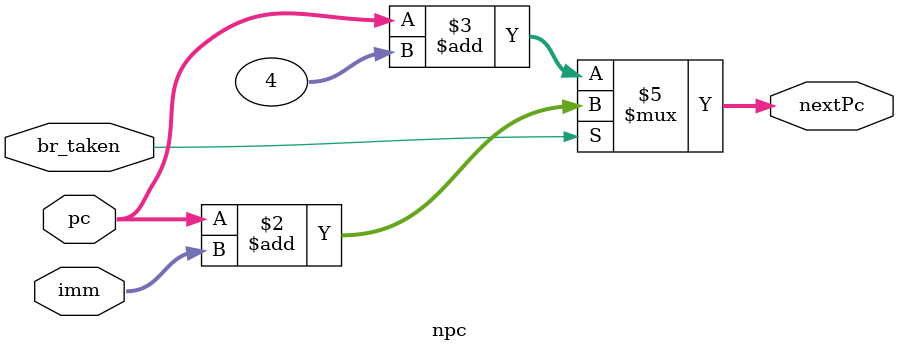
<source format=v>
`timescale 1ns / 1ps
`include "define.vh"


module npc(br_taken,pc,imm,nextPc);
input  br_taken;
input  [31:0]pc;
input [31:0]imm;

output reg [31:0]nextPc;





always @(*)begin
  if(br_taken)begin
    nextPc=pc+imm;
  end else begin
    nextPc=pc+4;
  end
end


endmodule
</source>
